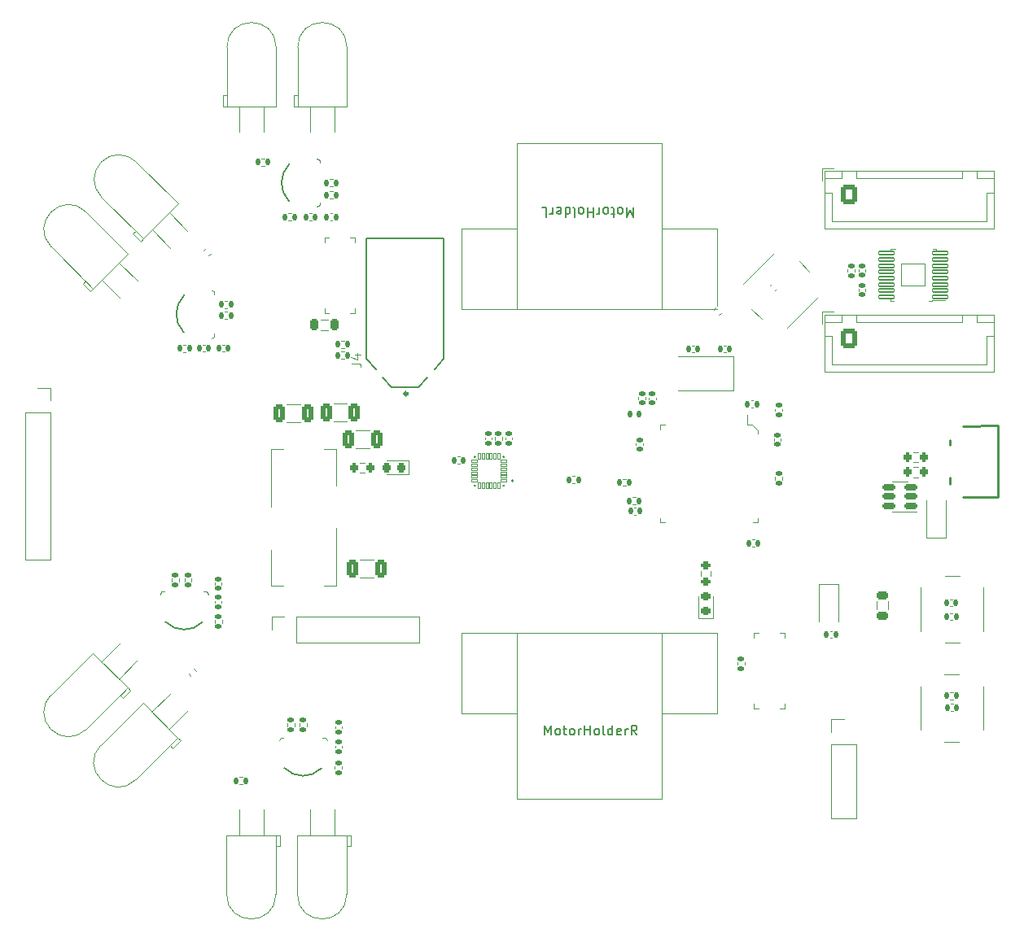
<source format=gto>
G04 #@! TF.GenerationSoftware,KiCad,Pcbnew,(6.0.7)*
G04 #@! TF.CreationDate,2022-12-26T23:05:37-05:00*
G04 #@! TF.ProjectId,Micromouse-kicad,4d696372-6f6d-46f7-9573-652d6b696361,rev?*
G04 #@! TF.SameCoordinates,Original*
G04 #@! TF.FileFunction,Legend,Top*
G04 #@! TF.FilePolarity,Positive*
%FSLAX46Y46*%
G04 Gerber Fmt 4.6, Leading zero omitted, Abs format (unit mm)*
G04 Created by KiCad (PCBNEW (6.0.7)) date 2022-12-26 23:05:37*
%MOMM*%
%LPD*%
G01*
G04 APERTURE LIST*
G04 Aperture macros list*
%AMRoundRect*
0 Rectangle with rounded corners*
0 $1 Rounding radius*
0 $2 $3 $4 $5 $6 $7 $8 $9 X,Y pos of 4 corners*
0 Add a 4 corners polygon primitive as box body*
4,1,4,$2,$3,$4,$5,$6,$7,$8,$9,$2,$3,0*
0 Add four circle primitives for the rounded corners*
1,1,$1+$1,$2,$3*
1,1,$1+$1,$4,$5*
1,1,$1+$1,$6,$7*
1,1,$1+$1,$8,$9*
0 Add four rect primitives between the rounded corners*
20,1,$1+$1,$2,$3,$4,$5,0*
20,1,$1+$1,$4,$5,$6,$7,0*
20,1,$1+$1,$6,$7,$8,$9,0*
20,1,$1+$1,$8,$9,$2,$3,0*%
%AMRotRect*
0 Rectangle, with rotation*
0 The origin of the aperture is its center*
0 $1 length*
0 $2 width*
0 $3 Rotation angle, in degrees counterclockwise*
0 Add horizontal line*
21,1,$1,$2,0,0,$3*%
G04 Aperture macros list end*
%ADD10C,0.015000*%
%ADD11C,0.150000*%
%ADD12C,0.120000*%
%ADD13C,0.100000*%
%ADD14C,0.127000*%
%ADD15C,0.200000*%
%ADD16C,0.254000*%
%ADD17C,0.300000*%
%ADD18RoundRect,0.135000X0.035355X-0.226274X0.226274X-0.035355X-0.035355X0.226274X-0.226274X0.035355X0*%
%ADD19C,2.000000*%
%ADD20RoundRect,0.135000X0.135000X0.185000X-0.135000X0.185000X-0.135000X-0.185000X0.135000X-0.185000X0*%
%ADD21RoundRect,0.140000X0.140000X0.170000X-0.140000X0.170000X-0.140000X-0.170000X0.140000X-0.170000X0*%
%ADD22RoundRect,0.140000X-0.140000X-0.170000X0.140000X-0.170000X0.140000X0.170000X-0.140000X0.170000X0*%
%ADD23R,1.500000X2.000000*%
%ADD24R,3.800000X2.000000*%
%ADD25R,1.000000X1.500000*%
%ADD26O,1.000000X1.500000*%
%ADD27RoundRect,0.135000X-0.185000X0.135000X-0.185000X-0.135000X0.185000X-0.135000X0.185000X0.135000X0*%
%ADD28RoundRect,0.140000X0.170000X-0.140000X0.170000X0.140000X-0.170000X0.140000X-0.170000X-0.140000X0*%
%ADD29RoundRect,0.135000X-0.135000X-0.185000X0.135000X-0.185000X0.135000X0.185000X-0.135000X0.185000X0*%
%ADD30RoundRect,0.218750X0.218750X0.256250X-0.218750X0.256250X-0.218750X-0.256250X0.218750X-0.256250X0*%
%ADD31RoundRect,0.006600X0.313400X0.103400X-0.313400X0.103400X-0.313400X-0.103400X0.313400X-0.103400X0*%
%ADD32RoundRect,0.006600X-0.103400X0.313400X-0.103400X-0.313400X0.103400X-0.313400X0.103400X0.313400X0*%
%ADD33R,1.540000X1.700000*%
%ADD34C,0.600000*%
%ADD35R,2.100000X0.400000*%
%ADD36R,1.900000X1.900000*%
%ADD37O,2.400000X1.100000*%
%ADD38RoundRect,0.200000X0.200000X0.275000X-0.200000X0.275000X-0.200000X-0.275000X0.200000X-0.275000X0*%
%ADD39RoundRect,0.070000X0.800000X-0.150000X0.800000X0.150000X-0.800000X0.150000X-0.800000X-0.150000X0*%
%ADD40C,0.380000*%
%ADD41RoundRect,0.000100X1.230000X-1.155000X1.230000X1.155000X-1.230000X1.155000X-1.230000X-1.155000X0*%
%ADD42RoundRect,0.147500X-0.147500X-0.172500X0.147500X-0.172500X0.147500X0.172500X-0.147500X0.172500X0*%
%ADD43R,1.500000X1.000000*%
%ADD44O,1.500000X1.000000*%
%ADD45RoundRect,0.135000X-0.226274X-0.035355X-0.035355X-0.226274X0.226274X0.035355X0.035355X0.226274X0*%
%ADD46R,1.500000X1.800000*%
%ADD47C,1.500000*%
%ADD48R,5.516000X5.516000*%
%ADD49C,5.516000*%
%ADD50RoundRect,0.250000X-0.325000X-0.650000X0.325000X-0.650000X0.325000X0.650000X-0.325000X0.650000X0*%
%ADD51C,1.900000*%
%ADD52RoundRect,0.135000X0.185000X-0.135000X0.185000X0.135000X-0.185000X0.135000X-0.185000X-0.135000X0*%
%ADD53RoundRect,0.218750X0.218750X0.381250X-0.218750X0.381250X-0.218750X-0.381250X0.218750X-0.381250X0*%
%ADD54R,2.000000X2.400000*%
%ADD55C,2.400000*%
%ADD56RoundRect,0.140000X0.021213X-0.219203X0.219203X-0.021213X-0.021213X0.219203X-0.219203X0.021213X0*%
%ADD57R,1.700000X1.700000*%
%ADD58O,1.700000X1.700000*%
%ADD59RoundRect,0.218750X0.381250X-0.218750X0.381250X0.218750X-0.381250X0.218750X-0.381250X-0.218750X0*%
%ADD60RoundRect,0.218750X0.256250X-0.218750X0.256250X0.218750X-0.256250X0.218750X-0.256250X-0.218750X0*%
%ADD61RoundRect,0.250000X-0.600000X-0.725000X0.600000X-0.725000X0.600000X0.725000X-0.600000X0.725000X0*%
%ADD62O,1.700000X1.950000*%
%ADD63RoundRect,0.140000X-0.170000X0.140000X-0.170000X-0.140000X0.170000X-0.140000X0.170000X0.140000X0*%
%ADD64RotRect,1.500000X1.800000X225.000000*%
%ADD65RoundRect,0.150000X0.512500X0.150000X-0.512500X0.150000X-0.512500X-0.150000X0.512500X-0.150000X0*%
%ADD66RoundRect,0.200000X-0.275000X0.200000X-0.275000X-0.200000X0.275000X-0.200000X0.275000X0.200000X0*%
%ADD67R,1.200000X0.900000*%
%ADD68R,0.300000X1.200000*%
%ADD69R,1.200000X0.300000*%
%ADD70RoundRect,0.200000X-0.200000X-0.275000X0.200000X-0.275000X0.200000X0.275000X-0.200000X0.275000X0*%
%ADD71RotRect,1.500000X1.800000X315.000000*%
%ADD72RoundRect,0.135000X-0.035355X0.226274X-0.226274X0.035355X0.035355X-0.226274X0.226274X-0.035355X0*%
G04 APERTURE END LIST*
D10*
X127890511Y-91411484D02*
X128605292Y-91411484D01*
X128748248Y-91459136D01*
X128843552Y-91554440D01*
X128891204Y-91697396D01*
X128891204Y-91792700D01*
X128224075Y-90506095D02*
X128891204Y-90506095D01*
X127842859Y-90744355D02*
X128557640Y-90982615D01*
X128557640Y-90363139D01*
D11*
X148012095Y-130073380D02*
X148012095Y-129073380D01*
X148345428Y-129787666D01*
X148678761Y-129073380D01*
X148678761Y-130073380D01*
X149297809Y-130073380D02*
X149202571Y-130025761D01*
X149154952Y-129978142D01*
X149107333Y-129882904D01*
X149107333Y-129597190D01*
X149154952Y-129501952D01*
X149202571Y-129454333D01*
X149297809Y-129406714D01*
X149440666Y-129406714D01*
X149535904Y-129454333D01*
X149583523Y-129501952D01*
X149631142Y-129597190D01*
X149631142Y-129882904D01*
X149583523Y-129978142D01*
X149535904Y-130025761D01*
X149440666Y-130073380D01*
X149297809Y-130073380D01*
X149916857Y-129406714D02*
X150297809Y-129406714D01*
X150059714Y-129073380D02*
X150059714Y-129930523D01*
X150107333Y-130025761D01*
X150202571Y-130073380D01*
X150297809Y-130073380D01*
X150774000Y-130073380D02*
X150678761Y-130025761D01*
X150631142Y-129978142D01*
X150583523Y-129882904D01*
X150583523Y-129597190D01*
X150631142Y-129501952D01*
X150678761Y-129454333D01*
X150774000Y-129406714D01*
X150916857Y-129406714D01*
X151012095Y-129454333D01*
X151059714Y-129501952D01*
X151107333Y-129597190D01*
X151107333Y-129882904D01*
X151059714Y-129978142D01*
X151012095Y-130025761D01*
X150916857Y-130073380D01*
X150774000Y-130073380D01*
X151535904Y-130073380D02*
X151535904Y-129406714D01*
X151535904Y-129597190D02*
X151583523Y-129501952D01*
X151631142Y-129454333D01*
X151726380Y-129406714D01*
X151821619Y-129406714D01*
X152154952Y-130073380D02*
X152154952Y-129073380D01*
X152154952Y-129549571D02*
X152726380Y-129549571D01*
X152726380Y-130073380D02*
X152726380Y-129073380D01*
X153345428Y-130073380D02*
X153250190Y-130025761D01*
X153202571Y-129978142D01*
X153154952Y-129882904D01*
X153154952Y-129597190D01*
X153202571Y-129501952D01*
X153250190Y-129454333D01*
X153345428Y-129406714D01*
X153488285Y-129406714D01*
X153583523Y-129454333D01*
X153631142Y-129501952D01*
X153678761Y-129597190D01*
X153678761Y-129882904D01*
X153631142Y-129978142D01*
X153583523Y-130025761D01*
X153488285Y-130073380D01*
X153345428Y-130073380D01*
X154250190Y-130073380D02*
X154154952Y-130025761D01*
X154107333Y-129930523D01*
X154107333Y-129073380D01*
X155059714Y-130073380D02*
X155059714Y-129073380D01*
X155059714Y-130025761D02*
X154964476Y-130073380D01*
X154774000Y-130073380D01*
X154678761Y-130025761D01*
X154631142Y-129978142D01*
X154583523Y-129882904D01*
X154583523Y-129597190D01*
X154631142Y-129501952D01*
X154678761Y-129454333D01*
X154774000Y-129406714D01*
X154964476Y-129406714D01*
X155059714Y-129454333D01*
X155916857Y-130025761D02*
X155821619Y-130073380D01*
X155631142Y-130073380D01*
X155535904Y-130025761D01*
X155488285Y-129930523D01*
X155488285Y-129549571D01*
X155535904Y-129454333D01*
X155631142Y-129406714D01*
X155821619Y-129406714D01*
X155916857Y-129454333D01*
X155964476Y-129549571D01*
X155964476Y-129644809D01*
X155488285Y-129740047D01*
X156393047Y-130073380D02*
X156393047Y-129406714D01*
X156393047Y-129597190D02*
X156440666Y-129501952D01*
X156488285Y-129454333D01*
X156583523Y-129406714D01*
X156678761Y-129406714D01*
X157583523Y-130073380D02*
X157250190Y-129597190D01*
X157012095Y-130073380D02*
X157012095Y-129073380D01*
X157393047Y-129073380D01*
X157488285Y-129121000D01*
X157535904Y-129168619D01*
X157583523Y-129263857D01*
X157583523Y-129406714D01*
X157535904Y-129501952D01*
X157488285Y-129549571D01*
X157393047Y-129597190D01*
X157012095Y-129597190D01*
X157200666Y-75158619D02*
X157200666Y-76158619D01*
X156867333Y-75444333D01*
X156534000Y-76158619D01*
X156534000Y-75158619D01*
X155914952Y-75158619D02*
X156010190Y-75206238D01*
X156057809Y-75253857D01*
X156105428Y-75349095D01*
X156105428Y-75634809D01*
X156057809Y-75730047D01*
X156010190Y-75777666D01*
X155914952Y-75825285D01*
X155772095Y-75825285D01*
X155676857Y-75777666D01*
X155629238Y-75730047D01*
X155581619Y-75634809D01*
X155581619Y-75349095D01*
X155629238Y-75253857D01*
X155676857Y-75206238D01*
X155772095Y-75158619D01*
X155914952Y-75158619D01*
X155295904Y-75825285D02*
X154914952Y-75825285D01*
X155153047Y-76158619D02*
X155153047Y-75301476D01*
X155105428Y-75206238D01*
X155010190Y-75158619D01*
X154914952Y-75158619D01*
X154438761Y-75158619D02*
X154534000Y-75206238D01*
X154581619Y-75253857D01*
X154629238Y-75349095D01*
X154629238Y-75634809D01*
X154581619Y-75730047D01*
X154534000Y-75777666D01*
X154438761Y-75825285D01*
X154295904Y-75825285D01*
X154200666Y-75777666D01*
X154153047Y-75730047D01*
X154105428Y-75634809D01*
X154105428Y-75349095D01*
X154153047Y-75253857D01*
X154200666Y-75206238D01*
X154295904Y-75158619D01*
X154438761Y-75158619D01*
X153676857Y-75158619D02*
X153676857Y-75825285D01*
X153676857Y-75634809D02*
X153629238Y-75730047D01*
X153581619Y-75777666D01*
X153486380Y-75825285D01*
X153391142Y-75825285D01*
X153057809Y-75158619D02*
X153057809Y-76158619D01*
X153057809Y-75682428D02*
X152486380Y-75682428D01*
X152486380Y-75158619D02*
X152486380Y-76158619D01*
X151867333Y-75158619D02*
X151962571Y-75206238D01*
X152010190Y-75253857D01*
X152057809Y-75349095D01*
X152057809Y-75634809D01*
X152010190Y-75730047D01*
X151962571Y-75777666D01*
X151867333Y-75825285D01*
X151724476Y-75825285D01*
X151629238Y-75777666D01*
X151581619Y-75730047D01*
X151534000Y-75634809D01*
X151534000Y-75349095D01*
X151581619Y-75253857D01*
X151629238Y-75206238D01*
X151724476Y-75158619D01*
X151867333Y-75158619D01*
X150962571Y-75158619D02*
X151057809Y-75206238D01*
X151105428Y-75301476D01*
X151105428Y-76158619D01*
X150153047Y-75158619D02*
X150153047Y-76158619D01*
X150153047Y-75206238D02*
X150248285Y-75158619D01*
X150438761Y-75158619D01*
X150534000Y-75206238D01*
X150581619Y-75253857D01*
X150629238Y-75349095D01*
X150629238Y-75634809D01*
X150581619Y-75730047D01*
X150534000Y-75777666D01*
X150438761Y-75825285D01*
X150248285Y-75825285D01*
X150153047Y-75777666D01*
X149295904Y-75206238D02*
X149391142Y-75158619D01*
X149581619Y-75158619D01*
X149676857Y-75206238D01*
X149724476Y-75301476D01*
X149724476Y-75682428D01*
X149676857Y-75777666D01*
X149581619Y-75825285D01*
X149391142Y-75825285D01*
X149295904Y-75777666D01*
X149248285Y-75682428D01*
X149248285Y-75587190D01*
X149724476Y-75491952D01*
X148819714Y-75158619D02*
X148819714Y-75825285D01*
X148819714Y-75634809D02*
X148772095Y-75730047D01*
X148724476Y-75777666D01*
X148629238Y-75825285D01*
X148534000Y-75825285D01*
X147724476Y-75158619D02*
X148200666Y-75158619D01*
X148200666Y-76158619D01*
D12*
X165572659Y-85839940D02*
X165789940Y-85622659D01*
X166110060Y-86377341D02*
X166327341Y-86160060D01*
X187148400Y-114742400D02*
X187148400Y-119242400D01*
X193648400Y-119242400D02*
X193648400Y-114742400D01*
X191148400Y-113492400D02*
X189648400Y-113492400D01*
X189648400Y-120492400D02*
X191148400Y-120492400D01*
X121629641Y-76536000D02*
X121322359Y-76536000D01*
X121629641Y-75776000D02*
X121322359Y-75776000D01*
X190404636Y-115972000D02*
X190188964Y-115972000D01*
X190404636Y-116692000D02*
X190188964Y-116692000D01*
X123742836Y-76516000D02*
X123527164Y-76516000D01*
X123742836Y-75796000D02*
X123527164Y-75796000D01*
X177692164Y-119274000D02*
X177907836Y-119274000D01*
X177692164Y-119994000D02*
X177907836Y-119994000D01*
X126346000Y-104085000D02*
X126346000Y-100325000D01*
X126346000Y-100325000D02*
X125086000Y-100325000D01*
X119526000Y-106335000D02*
X119526000Y-100325000D01*
X119526000Y-100325000D02*
X120786000Y-100325000D01*
D13*
X112850236Y-115133164D02*
X113000236Y-115433164D01*
X108150236Y-115133164D02*
X108000236Y-115433164D01*
X108150236Y-115133164D02*
X108450236Y-115133164D01*
X112550236Y-115133164D02*
X112850236Y-115133164D01*
D11*
X108550236Y-118283164D02*
G75*
G03*
X112400236Y-118333164I1950000J1900000D01*
G01*
D12*
X172719000Y-103224359D02*
X172719000Y-103531641D01*
X171959000Y-103224359D02*
X171959000Y-103531641D01*
X159567200Y-95154636D02*
X159567200Y-94938964D01*
X158847200Y-95154636D02*
X158847200Y-94938964D01*
X150849359Y-103125000D02*
X151156641Y-103125000D01*
X150849359Y-103885000D02*
X151156641Y-103885000D01*
X138957164Y-101113000D02*
X139172836Y-101113000D01*
X138957164Y-101833000D02*
X139172836Y-101833000D01*
X169465164Y-95991000D02*
X169680836Y-95991000D01*
X169465164Y-95271000D02*
X169680836Y-95271000D01*
X115005641Y-86013000D02*
X114698359Y-86013000D01*
X115005641Y-86773000D02*
X114698359Y-86773000D01*
X131534000Y-102970000D02*
X133819000Y-102970000D01*
X133819000Y-101500000D02*
X131534000Y-101500000D01*
X133819000Y-102970000D02*
X133819000Y-101500000D01*
D14*
X140740000Y-104116000D02*
X140810000Y-104116000D01*
X140740000Y-101116000D02*
X140810000Y-101116000D01*
X143740000Y-101116000D02*
X143740000Y-101186000D01*
X140740000Y-101116000D02*
X140740000Y-101186000D01*
X143740000Y-104116000D02*
X143670000Y-104116000D01*
X143740000Y-104116000D02*
X143740000Y-104046000D01*
X143740000Y-101116000D02*
X143670000Y-101116000D01*
X140740000Y-104116000D02*
X140740000Y-104046000D01*
D15*
X144725000Y-103616000D02*
G75*
G03*
X144725000Y-103616000I-100000J0D01*
G01*
D16*
X190191000Y-103915000D02*
X190191000Y-103300000D01*
X195175000Y-97900000D02*
X191516000Y-97917000D01*
X195183000Y-105300000D02*
X195183000Y-97908000D01*
X195183000Y-97908000D02*
X195175000Y-97900000D01*
X195175000Y-105292000D02*
X191516000Y-105309000D01*
X190191000Y-99893000D02*
X190191000Y-99375000D01*
D12*
X180640400Y-83877036D02*
X180640400Y-83661364D01*
X181360400Y-83877036D02*
X181360400Y-83661364D01*
X186825658Y-102195100D02*
X186351142Y-102195100D01*
X186825658Y-103240100D02*
X186351142Y-103240100D01*
D13*
X188340400Y-84814600D02*
X189640400Y-84814600D01*
X183940400Y-84714600D02*
X183940400Y-84914600D01*
X188740400Y-79514600D02*
X188340400Y-79514600D01*
X183940400Y-84914600D02*
X184340400Y-84914600D01*
X188740400Y-79714600D02*
X188740400Y-79514600D01*
X183940400Y-79514600D02*
X184440400Y-79514600D01*
X188240400Y-84914600D02*
X188340400Y-84814600D01*
X183940400Y-79714600D02*
X183940400Y-79514600D01*
X187940400Y-84914600D02*
X188240400Y-84914600D01*
X183940400Y-79614600D02*
X183940400Y-79714600D01*
D12*
X157755000Y-95131836D02*
X157755000Y-94916164D01*
X158475000Y-95131836D02*
X158475000Y-94916164D01*
X109205836Y-113785523D02*
X109205836Y-114092805D01*
X109965836Y-113785523D02*
X109965836Y-114092805D01*
D13*
X124600000Y-74950000D02*
X124300000Y-75100000D01*
X124600000Y-70250000D02*
X124600000Y-70550000D01*
X124600000Y-70250000D02*
X124300000Y-70100000D01*
X124600000Y-74650000D02*
X124600000Y-74950000D01*
D11*
X121450000Y-70650000D02*
G75*
G03*
X121400000Y-74500000I1900000J-1950000D01*
G01*
D12*
X171979000Y-96345836D02*
X171979000Y-96130164D01*
X172699000Y-96345836D02*
X172699000Y-96130164D01*
X111510060Y-123172659D02*
X111727341Y-123389940D01*
X110972659Y-123710060D02*
X111189940Y-123927341D01*
X122286900Y-140504900D02*
X122286900Y-146664900D01*
X126116900Y-140504900D02*
X126116900Y-140504900D01*
X118750900Y-137834900D02*
X118750900Y-140504900D01*
X123576900Y-137834900D02*
X123576900Y-137834900D01*
X127806900Y-141624900D02*
X127406900Y-141624900D01*
X123576900Y-140504900D02*
X123576900Y-137834900D01*
X114920900Y-140504900D02*
X120040900Y-140504900D01*
X126116900Y-137834900D02*
X126116900Y-137834900D01*
X118750900Y-140504900D02*
X118750900Y-140504900D01*
X127806900Y-140504900D02*
X127806900Y-141624900D01*
X120440900Y-141624900D02*
X120040900Y-141624900D01*
X116210900Y-140504900D02*
X116210900Y-137834900D01*
X116210900Y-140504900D02*
X116210900Y-140504900D01*
X127406900Y-140504900D02*
X127406900Y-146664900D01*
X127406900Y-140504900D02*
X127806900Y-140504900D01*
X123576900Y-140504900D02*
X123576900Y-140504900D01*
X120040900Y-140504900D02*
X120440900Y-140504900D01*
X118750900Y-137834900D02*
X118750900Y-137834900D01*
X127406900Y-141624900D02*
X127406900Y-140504900D01*
X114920900Y-140504900D02*
X114920900Y-146664900D01*
X116210900Y-137834900D02*
X116210900Y-140504900D01*
X123576900Y-137834900D02*
X123576900Y-140504900D01*
X122286900Y-140504900D02*
X127406900Y-140504900D01*
X118750900Y-140504900D02*
X118750900Y-137834900D01*
X120040900Y-141624900D02*
X120040900Y-140504900D01*
X116210900Y-137834900D02*
X116210900Y-137834900D01*
X126116900Y-137834900D02*
X126116900Y-140504900D01*
X120040900Y-140504900D02*
X120040900Y-146664900D01*
X120440900Y-140504900D02*
X120440900Y-141624900D01*
X126116900Y-140504900D02*
X126116900Y-137834900D01*
X114920900Y-146664900D02*
G75*
G03*
X120040900Y-146664900I2560000J0D01*
G01*
X122286900Y-146664900D02*
G75*
G03*
X127406900Y-146664900I2560000J0D01*
G01*
X126189500Y-129387836D02*
X126189500Y-129172164D01*
X126909500Y-129387836D02*
X126909500Y-129172164D01*
D13*
X113652000Y-83916000D02*
X113652000Y-84216000D01*
X113652000Y-88616000D02*
X113352000Y-88766000D01*
X113652000Y-88316000D02*
X113652000Y-88616000D01*
X113652000Y-83916000D02*
X113352000Y-83766000D01*
D11*
X110502000Y-84316000D02*
G75*
G03*
X110452000Y-88166000I1900000J-1950000D01*
G01*
D14*
X134877000Y-93899500D02*
X135777000Y-92879500D01*
X137527000Y-78399500D02*
X137527000Y-90899500D01*
X129427000Y-90899500D02*
X130427000Y-92029500D01*
X132077000Y-93899500D02*
X131177000Y-92879500D01*
X129427000Y-78399500D02*
X137527000Y-78399500D01*
X137527000Y-90899500D02*
X136527000Y-92029500D01*
X134877000Y-93899500D02*
X132077000Y-93899500D01*
X129427000Y-90899500D02*
X129427000Y-78399500D01*
D17*
X133727000Y-94549500D02*
G75*
G03*
X133727000Y-94549500I-150000J0D01*
G01*
D12*
X125686164Y-75796000D02*
X125901836Y-75796000D01*
X125686164Y-76516000D02*
X125901836Y-76516000D01*
X128369748Y-100224000D02*
X129792252Y-100224000D01*
X128369748Y-98404000D02*
X129792252Y-98404000D01*
D13*
X172948400Y-119422400D02*
X172948400Y-119922400D01*
X172948400Y-119422400D02*
X172448400Y-119422400D01*
X169748400Y-119422400D02*
X170248400Y-119422400D01*
X169748400Y-127322400D02*
X169748400Y-126822400D01*
X169748400Y-119422400D02*
X169748400Y-119922400D01*
X172948400Y-127322400D02*
X172448400Y-127322400D01*
X169748400Y-127322400D02*
X170248400Y-127322400D01*
X172948400Y-127322400D02*
X172948400Y-126822400D01*
D12*
X143585200Y-99366041D02*
X143585200Y-99058759D01*
X142825200Y-99366041D02*
X142825200Y-99058759D01*
X156465241Y-104164400D02*
X156157959Y-104164400D01*
X156465241Y-103404400D02*
X156157959Y-103404400D01*
X125947641Y-73490000D02*
X125640359Y-73490000D01*
X125947641Y-74250000D02*
X125640359Y-74250000D01*
X114436236Y-118095523D02*
X114436236Y-118402805D01*
X113676236Y-118095523D02*
X113676236Y-118402805D01*
X125499622Y-87960000D02*
X124700378Y-87960000D01*
X125499622Y-86840000D02*
X124700378Y-86840000D01*
X186825658Y-101665300D02*
X186351142Y-101665300D01*
X186825658Y-100620300D02*
X186351142Y-100620300D01*
X112677836Y-90182000D02*
X112462164Y-90182000D01*
X112677836Y-89462000D02*
X112462164Y-89462000D01*
X167642000Y-94256000D02*
X167642000Y-90656000D01*
X167642000Y-90656000D02*
X161892000Y-90656000D01*
X161892000Y-94256000D02*
X167642000Y-94256000D01*
X160154000Y-119461000D02*
X160154000Y-123661000D01*
X160154000Y-119461000D02*
X165954000Y-119461000D01*
X165954000Y-119461000D02*
X165954000Y-127861000D01*
X165954000Y-127861000D02*
X160154000Y-127861000D01*
X160154000Y-127861000D02*
X160154000Y-119461000D01*
X145154000Y-119461000D02*
X160154000Y-119461000D01*
X160154000Y-119461000D02*
X160154000Y-136761000D01*
X160154000Y-136761000D02*
X145154000Y-136761000D01*
X145154000Y-136761000D02*
X145154000Y-119461000D01*
X145154000Y-119461000D02*
X139354000Y-119461000D01*
X139354000Y-119461000D02*
X139354000Y-127861000D01*
X139354000Y-127861000D02*
X145154000Y-127861000D01*
X145154000Y-127861000D02*
X145154000Y-119461000D01*
X144874000Y-123671000D02*
G75*
G03*
X144874000Y-123671000I-1100000J0D01*
G01*
X162634000Y-123671000D02*
G75*
G03*
X162634000Y-123671000I-1100000J0D01*
G01*
X123246500Y-128872359D02*
X123246500Y-129179641D01*
X122486500Y-128872359D02*
X122486500Y-129179641D01*
X171978307Y-83780810D02*
X172130810Y-83628307D01*
X171469190Y-83271693D02*
X171621693Y-83119190D01*
X119599000Y-119101000D02*
X119599000Y-117771000D01*
X134959000Y-120431000D02*
X134959000Y-117771000D01*
X122199000Y-120431000D02*
X134959000Y-120431000D01*
X122199000Y-117771000D02*
X134959000Y-117771000D01*
X122199000Y-120431000D02*
X122199000Y-117771000D01*
X119599000Y-117771000D02*
X120929000Y-117771000D01*
X190501241Y-125604000D02*
X190193959Y-125604000D01*
X190501241Y-126364000D02*
X190193959Y-126364000D01*
X182574000Y-116985622D02*
X182574000Y-116186378D01*
X183694000Y-116985622D02*
X183694000Y-116186378D01*
X113696236Y-114412000D02*
X113696236Y-114196328D01*
X114416236Y-114412000D02*
X114416236Y-114196328D01*
X190239764Y-127563200D02*
X190455436Y-127563200D01*
X190239764Y-126843200D02*
X190455436Y-126843200D01*
X164015000Y-115600000D02*
X164015000Y-117885000D01*
X165485000Y-117885000D02*
X165485000Y-115600000D01*
X164015000Y-117885000D02*
X165485000Y-117885000D01*
X115003641Y-85630000D02*
X114696359Y-85630000D01*
X115003641Y-84870000D02*
X114696359Y-84870000D01*
X126034748Y-97430000D02*
X127457252Y-97430000D01*
X126034748Y-95610000D02*
X127457252Y-95610000D01*
X194728000Y-86331400D02*
X192928000Y-86331400D01*
X193978000Y-91531400D02*
X185928000Y-91531400D01*
X177128000Y-88581400D02*
X177878000Y-88581400D01*
X191428000Y-86331400D02*
X180428000Y-86331400D01*
X178928000Y-87081400D02*
X178928000Y-86331400D01*
X177118000Y-86321400D02*
X177118000Y-92291400D01*
X192928000Y-86331400D02*
X192928000Y-87081400D01*
X177128000Y-87081400D02*
X178928000Y-87081400D01*
X194728000Y-88581400D02*
X193978000Y-88581400D01*
X178928000Y-86331400D02*
X177128000Y-86331400D01*
X176828000Y-86031400D02*
X176828000Y-87281400D01*
X191428000Y-87081400D02*
X191428000Y-86331400D01*
X177878000Y-88581400D02*
X177878000Y-91531400D01*
X194728000Y-87081400D02*
X194728000Y-86331400D01*
X193978000Y-88581400D02*
X193978000Y-91531400D01*
X180428000Y-87081400D02*
X191428000Y-87081400D01*
X177128000Y-86331400D02*
X177128000Y-87081400D01*
X177878000Y-91531400D02*
X185928000Y-91531400D01*
X194738000Y-86321400D02*
X177118000Y-86321400D01*
X177118000Y-92291400D02*
X194738000Y-92291400D01*
X178078000Y-86031400D02*
X176828000Y-86031400D01*
X180428000Y-86331400D02*
X180428000Y-87081400D01*
X192928000Y-87081400D02*
X194728000Y-87081400D01*
X194738000Y-92291400D02*
X194738000Y-86321400D01*
X126189500Y-131204164D02*
X126189500Y-131419836D01*
X126909500Y-131204164D02*
X126909500Y-131419836D01*
X126346000Y-114559000D02*
X125086000Y-114559000D01*
X119526000Y-110799000D02*
X119526000Y-114559000D01*
X126346000Y-108549000D02*
X126346000Y-114559000D01*
X119526000Y-114559000D02*
X120786000Y-114559000D01*
X103739000Y-80902873D02*
X105626975Y-82790848D01*
X103830924Y-84586899D02*
X103830924Y-84586899D01*
X105956487Y-78685386D02*
X105164528Y-77893426D01*
X105164528Y-77893426D02*
X105447370Y-77610584D01*
X105626975Y-82790848D02*
X105626975Y-82790848D01*
X109039473Y-79378351D02*
X109039473Y-79378351D01*
X104651168Y-79990705D02*
X101030781Y-83611092D01*
X109039473Y-79378351D02*
X107151498Y-77490376D01*
X107151498Y-77490376D02*
X109039473Y-79378351D01*
X106239330Y-78402543D02*
X101883552Y-74046766D01*
X110835524Y-77582299D02*
X110835524Y-77582299D01*
X108947549Y-75694324D02*
X108947549Y-75694324D01*
X99955979Y-83101975D02*
X100238822Y-82819132D01*
X101942949Y-82698924D02*
X101942949Y-82698924D01*
X105626975Y-82790848D02*
X103739000Y-80902873D01*
X104651168Y-79990705D02*
X100295390Y-75634927D01*
X101942949Y-82698924D02*
X103830924Y-84586899D01*
X101030781Y-83611092D02*
X96675004Y-79255314D01*
X109859717Y-74782157D02*
X106239330Y-78402543D01*
X100238822Y-82819132D02*
X101030781Y-83611092D01*
X101030781Y-83611092D02*
X100747939Y-83893935D01*
X107151498Y-77490376D02*
X107151498Y-77490376D01*
X109859717Y-74782157D02*
X105503939Y-70426379D01*
X106239330Y-78402543D02*
X105956487Y-78685386D01*
X108947549Y-75694324D02*
X110835524Y-77582299D01*
X103739000Y-80902873D02*
X103739000Y-80902873D01*
X105447370Y-77610584D02*
X106239330Y-78402543D01*
X103830924Y-84586899D02*
X101942949Y-82698924D01*
X100747939Y-83893935D02*
X99955979Y-83101975D01*
X110835524Y-77582299D02*
X108947549Y-75694324D01*
X100295389Y-75634928D02*
G75*
G03*
X96675004Y-79255314I-1810192J-1810193D01*
G01*
X105503939Y-70426379D02*
G75*
G03*
X101883552Y-74046766I-1810194J-1810193D01*
G01*
X93945000Y-111840000D02*
X96605000Y-111840000D01*
X93945000Y-96540000D02*
X96605000Y-96540000D01*
X93945000Y-96540000D02*
X93945000Y-111840000D01*
X95275000Y-93940000D02*
X96605000Y-93940000D01*
X96605000Y-96540000D02*
X96605000Y-111840000D01*
X96605000Y-93940000D02*
X96605000Y-95270000D01*
X187097600Y-125004000D02*
X187097600Y-129504000D01*
X193597600Y-129504000D02*
X193597600Y-125004000D01*
X191097600Y-123754000D02*
X189597600Y-123754000D01*
X189597600Y-130754000D02*
X191097600Y-130754000D01*
X114466164Y-89462000D02*
X114681836Y-89462000D01*
X114466164Y-90182000D02*
X114681836Y-90182000D01*
X169592164Y-109749000D02*
X169807836Y-109749000D01*
X169592164Y-110469000D02*
X169807836Y-110469000D01*
X190143159Y-118134400D02*
X190450441Y-118134400D01*
X190143159Y-117374400D02*
X190450441Y-117374400D01*
X184912000Y-106817600D02*
X184112000Y-106817600D01*
X184912000Y-103697600D02*
X185712000Y-103697600D01*
X184912000Y-103697600D02*
X184112000Y-103697600D01*
X184912000Y-106817600D02*
X186712000Y-106817600D01*
X165272500Y-113037742D02*
X165272500Y-113512258D01*
X164227500Y-113037742D02*
X164227500Y-113512258D01*
X157481241Y-105334800D02*
X157173959Y-105334800D01*
X157481241Y-106094800D02*
X157173959Y-106094800D01*
X141778400Y-99320236D02*
X141778400Y-99104564D01*
X142498400Y-99320236D02*
X142498400Y-99104564D01*
X194728000Y-73646200D02*
X193978000Y-73646200D01*
X177128000Y-73646200D02*
X177878000Y-73646200D01*
X194728000Y-71396200D02*
X192928000Y-71396200D01*
X177878000Y-76596200D02*
X185928000Y-76596200D01*
X177118000Y-71386200D02*
X177118000Y-77356200D01*
X177128000Y-72146200D02*
X178928000Y-72146200D01*
X178928000Y-71396200D02*
X177128000Y-71396200D01*
X191428000Y-72146200D02*
X191428000Y-71396200D01*
X177118000Y-77356200D02*
X194738000Y-77356200D01*
X193978000Y-73646200D02*
X193978000Y-76596200D01*
X193978000Y-76596200D02*
X185928000Y-76596200D01*
X180428000Y-72146200D02*
X191428000Y-72146200D01*
X180428000Y-71396200D02*
X180428000Y-72146200D01*
X194738000Y-77356200D02*
X194738000Y-71386200D01*
X194728000Y-72146200D02*
X194728000Y-71396200D01*
X177128000Y-71396200D02*
X177128000Y-72146200D01*
X192928000Y-71396200D02*
X192928000Y-72146200D01*
X191428000Y-71396200D02*
X180428000Y-71396200D01*
X176828000Y-71096200D02*
X176828000Y-72346200D01*
X192928000Y-72146200D02*
X194728000Y-72146200D01*
X178078000Y-71096200D02*
X176828000Y-71096200D01*
X177878000Y-73646200D02*
X177878000Y-76596200D01*
X194738000Y-71386200D02*
X177118000Y-71386200D01*
X178928000Y-72146200D02*
X178928000Y-71396200D01*
X180640400Y-81845036D02*
X180640400Y-81629364D01*
X181360400Y-81845036D02*
X181360400Y-81629364D01*
X157514236Y-107141600D02*
X157298564Y-107141600D01*
X157514236Y-106421600D02*
X157298564Y-106421600D01*
X110689641Y-90202000D02*
X110382359Y-90202000D01*
X110689641Y-89442000D02*
X110382359Y-89442000D01*
X168782000Y-122477559D02*
X168782000Y-122784841D01*
X168022000Y-122477559D02*
X168022000Y-122784841D01*
X189722000Y-109565000D02*
X189722000Y-105665000D01*
X187722000Y-109565000D02*
X189722000Y-109565000D01*
X187722000Y-109565000D02*
X187722000Y-105665000D01*
X125947641Y-72980000D02*
X125640359Y-72980000D01*
X125947641Y-72220000D02*
X125640359Y-72220000D01*
X114416236Y-116111328D02*
X114416236Y-116327000D01*
X113696236Y-116111328D02*
X113696236Y-116327000D01*
X127151641Y-89028000D02*
X126844359Y-89028000D01*
X127151641Y-89788000D02*
X126844359Y-89788000D01*
X126846359Y-90931000D02*
X127153641Y-90931000D01*
X126846359Y-90171000D02*
X127153641Y-90171000D01*
D13*
X125095200Y-86174400D02*
X125595200Y-86174400D01*
X128295200Y-78274400D02*
X128295200Y-78774400D01*
X125095200Y-78274400D02*
X125095200Y-78774400D01*
X125095200Y-86174400D02*
X125095200Y-85674400D01*
X128295200Y-78274400D02*
X127795200Y-78274400D01*
X128295200Y-86174400D02*
X127795200Y-86174400D01*
X128295200Y-86174400D02*
X128295200Y-85674400D01*
X125095200Y-78274400D02*
X125595200Y-78274400D01*
X170200000Y-107970000D02*
X169700000Y-107970000D01*
X160000000Y-97770000D02*
X160500000Y-97770000D01*
X160000000Y-97770000D02*
X160000000Y-98270000D01*
X170200000Y-107970000D02*
X170200000Y-107470000D01*
X169600000Y-97770000D02*
X169100000Y-97770000D01*
X160000000Y-107970000D02*
X160000000Y-107470000D01*
X170200000Y-98370000D02*
X169600000Y-97770000D01*
X169100000Y-97770000D02*
X169100000Y-96770000D01*
X160000000Y-107970000D02*
X160500000Y-107970000D01*
X170200000Y-98670000D02*
X170200000Y-98370000D01*
D12*
X166643164Y-89556000D02*
X166858836Y-89556000D01*
X166643164Y-90276000D02*
X166858836Y-90276000D01*
X169533883Y-85737437D02*
X170594544Y-86798097D01*
X175544291Y-81848350D02*
X174483631Y-80787689D01*
X171831981Y-79903806D02*
X168650000Y-83085786D01*
X173246194Y-87681981D02*
X176428175Y-84500000D01*
X121156148Y-95660800D02*
X122578652Y-95660800D01*
X121156148Y-97480800D02*
X122578652Y-97480800D01*
X110526636Y-113785523D02*
X110526636Y-114092805D01*
X111286636Y-113785523D02*
X111286636Y-114092805D01*
X128794742Y-102757500D02*
X129269258Y-102757500D01*
X128794742Y-101712500D02*
X129269258Y-101712500D01*
X114949500Y-64637500D02*
X114949500Y-58477500D01*
X122315500Y-64637500D02*
X121915500Y-64637500D01*
X114949500Y-63517500D02*
X114949500Y-64637500D01*
X120069500Y-64637500D02*
X120069500Y-58477500D01*
X114949500Y-64637500D02*
X114549500Y-64637500D01*
X121915500Y-64637500D02*
X121915500Y-63517500D01*
X126145500Y-64637500D02*
X126145500Y-64637500D01*
X114549500Y-64637500D02*
X114549500Y-63517500D01*
X114549500Y-63517500D02*
X114949500Y-63517500D01*
X123605500Y-64637500D02*
X123605500Y-67307500D01*
X122315500Y-63517500D02*
X122315500Y-64637500D01*
X126145500Y-67307500D02*
X126145500Y-67307500D01*
X122315500Y-64637500D02*
X122315500Y-58477500D01*
X116239500Y-67307500D02*
X116239500Y-64637500D01*
X123605500Y-67307500D02*
X123605500Y-67307500D01*
X118779500Y-67307500D02*
X118779500Y-64637500D01*
X126145500Y-64637500D02*
X126145500Y-67307500D01*
X118779500Y-67307500D02*
X118779500Y-67307500D01*
X116239500Y-64637500D02*
X116239500Y-67307500D01*
X121915500Y-63517500D02*
X122315500Y-63517500D01*
X118779500Y-64637500D02*
X118779500Y-67307500D01*
X123605500Y-64637500D02*
X123605500Y-64637500D01*
X123605500Y-67307500D02*
X123605500Y-64637500D01*
X126145500Y-67307500D02*
X126145500Y-64637500D01*
X116239500Y-67307500D02*
X116239500Y-67307500D01*
X127435500Y-64637500D02*
X122315500Y-64637500D01*
X116239500Y-64637500D02*
X116239500Y-64637500D01*
X127435500Y-64637500D02*
X127435500Y-58477500D01*
X118779500Y-64637500D02*
X118779500Y-64637500D01*
X120069500Y-64637500D02*
X114949500Y-64637500D01*
X120069500Y-58477500D02*
G75*
G03*
X114949500Y-58477500I-2560000J0D01*
G01*
X127435500Y-58477500D02*
G75*
G03*
X122315500Y-58477500I-2560000J0D01*
G01*
X145154000Y-85771000D02*
X145154000Y-81571000D01*
X160154000Y-85771000D02*
X165954000Y-85771000D01*
X165954000Y-85771000D02*
X165954000Y-77371000D01*
X165954000Y-77371000D02*
X160154000Y-77371000D01*
X160154000Y-77371000D02*
X160154000Y-85771000D01*
X145154000Y-85771000D02*
X139354000Y-85771000D01*
X139354000Y-85771000D02*
X139354000Y-77371000D01*
X139354000Y-77371000D02*
X145154000Y-77371000D01*
X145154000Y-77371000D02*
X145154000Y-85771000D01*
X160154000Y-85771000D02*
X145154000Y-85771000D01*
X145154000Y-85771000D02*
X145154000Y-68471000D01*
X145154000Y-68471000D02*
X160154000Y-68471000D01*
X160154000Y-68471000D02*
X160154000Y-85771000D01*
X162634000Y-81561000D02*
G75*
G03*
X162634000Y-81561000I-1100000J0D01*
G01*
X144874000Y-81561000D02*
G75*
G03*
X144874000Y-81561000I-1100000J0D01*
G01*
X118853641Y-70070000D02*
X118546359Y-70070000D01*
X118853641Y-70830000D02*
X118546359Y-70830000D01*
X179502800Y-81890841D02*
X179502800Y-81583559D01*
X180262800Y-81890841D02*
X180262800Y-81583559D01*
X116246359Y-134470000D02*
X116553641Y-134470000D01*
X116246359Y-135230000D02*
X116553641Y-135230000D01*
X163341164Y-90276000D02*
X163556836Y-90276000D01*
X163341164Y-89556000D02*
X163556836Y-89556000D01*
X128779748Y-111866000D02*
X130202252Y-111866000D01*
X128779748Y-113686000D02*
X130202252Y-113686000D01*
X121216500Y-128870359D02*
X121216500Y-129177641D01*
X121976500Y-128870359D02*
X121976500Y-129177641D01*
X143912000Y-99104564D02*
X143912000Y-99320236D01*
X144632000Y-99104564D02*
X144632000Y-99320236D01*
X107129927Y-127655000D02*
X109017902Y-125767025D01*
X110813953Y-127563076D02*
X110813953Y-127563076D01*
X104629597Y-125154670D02*
X104912440Y-125437513D01*
X103809353Y-120558476D02*
X103809353Y-120558476D01*
X103717430Y-124242502D02*
X103717430Y-124242502D01*
X106217759Y-126742832D02*
X101861981Y-131098610D01*
X103837638Y-125946630D02*
X104629597Y-125154670D01*
X104629597Y-125154670D02*
X100273820Y-129510448D01*
X101009211Y-121534283D02*
X104629597Y-125154670D01*
X101921378Y-122446451D02*
X103809353Y-120558476D01*
X109017902Y-125767025D02*
X107129927Y-127655000D01*
X108925978Y-129451051D02*
X108925978Y-129451051D01*
X109329029Y-131438021D02*
X109046186Y-131155178D01*
X109017902Y-125767025D02*
X109017902Y-125767025D01*
X106217759Y-126742832D02*
X109838146Y-130363219D01*
X105605405Y-122354527D02*
X103717430Y-124242502D01*
X103717430Y-124242502D02*
X105605405Y-122354527D01*
X107129927Y-127655000D02*
X107129927Y-127655000D01*
X104120480Y-126229472D02*
X103837638Y-125946630D01*
X109838146Y-130363219D02*
X105482368Y-134718996D01*
X103809353Y-120558476D02*
X101921378Y-122446451D01*
X101921378Y-122446451D02*
X101921378Y-122446451D01*
X108925978Y-129451051D02*
X110813953Y-127563076D01*
X109046186Y-131155178D02*
X109838146Y-130363219D01*
X110120989Y-130646061D02*
X109329029Y-131438021D01*
X109838146Y-130363219D02*
X110120989Y-130646061D01*
X101009211Y-121534283D02*
X96653433Y-125890061D01*
X110813953Y-127563076D02*
X108925978Y-129451051D01*
X104912440Y-125437513D02*
X104120480Y-126229472D01*
X105605405Y-122354527D02*
X105605405Y-122354527D01*
X101861982Y-131098611D02*
G75*
G03*
X105482368Y-134718996I1810193J-1810192D01*
G01*
X96653433Y-125890061D02*
G75*
G03*
X100273820Y-129510448I1810193J-1810194D01*
G01*
X171852000Y-99234164D02*
X171852000Y-99449836D01*
X172572000Y-99234164D02*
X172572000Y-99449836D01*
X126929500Y-133317359D02*
X126929500Y-133624641D01*
X126169500Y-133317359D02*
X126169500Y-133624641D01*
X113277341Y-79960060D02*
X113060060Y-80177341D01*
X112739940Y-79422659D02*
X112522659Y-79639940D01*
X158221000Y-99929836D02*
X158221000Y-99714164D01*
X157501000Y-99929836D02*
X157501000Y-99714164D01*
D13*
X125216500Y-130353000D02*
X125366500Y-130653000D01*
X124916500Y-130353000D02*
X125216500Y-130353000D01*
X120516500Y-130353000D02*
X120366500Y-130653000D01*
X120516500Y-130353000D02*
X120816500Y-130353000D01*
D11*
X120916500Y-133503000D02*
G75*
G03*
X124766500Y-133553000I1950000J1900000D01*
G01*
D12*
X180450800Y-131064000D02*
X180450800Y-138744000D01*
X177790800Y-131064000D02*
X180450800Y-131064000D01*
X177790800Y-129794000D02*
X177790800Y-128464000D01*
X177790800Y-138744000D02*
X180450800Y-138744000D01*
X177790800Y-128464000D02*
X179120800Y-128464000D01*
X177790800Y-131064000D02*
X177790800Y-138744000D01*
X176546000Y-114336000D02*
X176546000Y-118236000D01*
X178546000Y-114336000D02*
X178546000Y-118236000D01*
X178546000Y-114336000D02*
X176546000Y-114336000D01*
%LPC*%
D18*
X165589376Y-86360624D03*
X166310624Y-85639376D03*
D19*
X188148400Y-113742400D03*
X188148400Y-120242400D03*
X192648400Y-120242400D03*
X192648400Y-113742400D03*
D20*
X121986000Y-76156000D03*
X120966000Y-76156000D03*
D21*
X190776800Y-116332000D03*
X189816800Y-116332000D03*
X124115000Y-76156000D03*
X123155000Y-76156000D03*
D22*
X177320000Y-119634000D03*
X178280000Y-119634000D03*
D23*
X120636000Y-105385000D03*
D24*
X122936000Y-99085000D03*
D23*
X122936000Y-105385000D03*
X125236000Y-105385000D03*
D25*
X111770236Y-116733164D03*
D26*
X110500236Y-116733164D03*
X109230236Y-116733164D03*
D27*
X172339000Y-102868000D03*
X172339000Y-103888000D03*
D28*
X159207200Y-95526800D03*
X159207200Y-94566800D03*
D29*
X150493000Y-103505000D03*
X151513000Y-103505000D03*
D22*
X138585000Y-101473000D03*
X139545000Y-101473000D03*
X169093000Y-95631000D03*
X170053000Y-95631000D03*
D20*
X115362000Y-86393000D03*
X114342000Y-86393000D03*
D30*
X133121500Y-102235000D03*
X131546500Y-102235000D03*
D31*
X143785000Y-103616000D03*
X143785000Y-103216000D03*
X143785000Y-102816000D03*
X143785000Y-102416000D03*
X143785000Y-102016000D03*
X143785000Y-101616000D03*
D32*
X143240000Y-101071000D03*
X142840000Y-101071000D03*
X142440000Y-101071000D03*
X142040000Y-101071000D03*
X141640000Y-101071000D03*
X141240000Y-101071000D03*
D31*
X140695000Y-101616000D03*
X140695000Y-102016000D03*
X140695000Y-102416000D03*
X140695000Y-102816000D03*
X140695000Y-103216000D03*
X140695000Y-103616000D03*
D32*
X141240000Y-104161000D03*
X141640000Y-104161000D03*
X142040000Y-104161000D03*
X142440000Y-104161000D03*
X142840000Y-104161000D03*
X143240000Y-104161000D03*
D33*
X142240000Y-102616000D03*
D34*
X190941000Y-99600000D03*
X190941000Y-103600000D03*
D35*
X189991000Y-102900000D03*
X189991000Y-102250000D03*
X189991000Y-101600000D03*
X189991000Y-100950000D03*
X189991000Y-100300000D03*
D25*
X190791000Y-104800000D03*
D36*
X193041000Y-102700000D03*
D37*
X193041000Y-104425000D03*
X193041000Y-98775000D03*
D36*
X193041000Y-100500000D03*
D25*
X190791000Y-98400000D03*
D28*
X181000400Y-84249200D03*
X181000400Y-83289200D03*
D38*
X187413400Y-102717600D03*
X185763400Y-102717600D03*
D39*
X189140400Y-84489600D03*
X189140400Y-83839600D03*
X189140400Y-83189600D03*
X189140400Y-82539600D03*
X189140400Y-81889600D03*
X189140400Y-81239600D03*
X189140400Y-80589600D03*
X189140400Y-79939600D03*
X183540400Y-79939600D03*
X183540400Y-80589600D03*
X183540400Y-81239600D03*
X183540400Y-81889600D03*
X183540400Y-82539600D03*
X183540400Y-83189600D03*
X183540400Y-83839600D03*
X183540400Y-84489600D03*
D40*
X185590400Y-80714600D03*
D41*
X186340400Y-82214600D03*
D40*
X187090400Y-83714600D03*
X187090400Y-82214600D03*
X185590400Y-82214600D03*
X187090400Y-80714600D03*
X185590400Y-83714600D03*
D42*
X156868000Y-96647000D03*
X157838000Y-96647000D03*
D28*
X158115000Y-95504000D03*
X158115000Y-94544000D03*
D27*
X109585836Y-113429164D03*
X109585836Y-114449164D03*
D43*
X123000000Y-73870000D03*
D44*
X123000000Y-72600000D03*
X123000000Y-71330000D03*
D28*
X172339000Y-96718000D03*
X172339000Y-95758000D03*
D45*
X110989376Y-123189376D03*
X111710624Y-123910624D03*
D46*
X116210900Y-136754900D03*
D47*
X118750900Y-136754900D03*
D46*
X123576900Y-136754900D03*
D47*
X126116900Y-136754900D03*
D28*
X126549500Y-129760000D03*
X126549500Y-128800000D03*
D43*
X112052000Y-87536000D03*
D44*
X112052000Y-86266000D03*
X112052000Y-84996000D03*
D48*
X133477000Y-89749500D03*
D49*
X133477000Y-82549500D03*
D22*
X125314000Y-76156000D03*
X126274000Y-76156000D03*
D50*
X127606000Y-99314000D03*
X130556000Y-99314000D03*
D36*
X171348400Y-125722400D03*
D51*
X171348400Y-123222400D03*
X171348400Y-120722400D03*
D52*
X143205200Y-99722400D03*
X143205200Y-98702400D03*
D20*
X156821600Y-103784400D03*
X155801600Y-103784400D03*
X126304000Y-73870000D03*
X125284000Y-73870000D03*
D27*
X114056236Y-117739164D03*
X114056236Y-118759164D03*
D53*
X126162500Y-87400000D03*
X124037500Y-87400000D03*
D38*
X187413400Y-101142800D03*
X185763400Y-101142800D03*
D21*
X113050000Y-89822000D03*
X112090000Y-89822000D03*
D54*
X166442000Y-92456000D03*
X162742000Y-92456000D03*
D55*
X161534000Y-123661000D03*
X143774000Y-123661000D03*
D27*
X122866500Y-128516000D03*
X122866500Y-129536000D03*
D56*
X171460589Y-83789411D03*
X172139411Y-83110589D03*
D57*
X120929000Y-119101000D03*
D58*
X123469000Y-119101000D03*
X126009000Y-119101000D03*
X128549000Y-119101000D03*
X131089000Y-119101000D03*
X133629000Y-119101000D03*
D20*
X190857600Y-125984000D03*
X189837600Y-125984000D03*
D59*
X183134000Y-117648500D03*
X183134000Y-115523500D03*
D28*
X114056236Y-114784164D03*
X114056236Y-113824164D03*
D22*
X189867600Y-127203200D03*
X190827600Y-127203200D03*
D60*
X164750000Y-117187500D03*
X164750000Y-115612500D03*
D20*
X115360000Y-85250000D03*
X114340000Y-85250000D03*
D50*
X125271000Y-96520000D03*
X128221000Y-96520000D03*
D61*
X179678000Y-88781400D03*
D62*
X182178000Y-88781400D03*
X184678000Y-88781400D03*
X187178000Y-88781400D03*
X189678000Y-88781400D03*
X192178000Y-88781400D03*
D63*
X126549500Y-130832000D03*
X126549500Y-131792000D03*
D23*
X125236000Y-109499000D03*
D24*
X122936000Y-115799000D03*
D23*
X122936000Y-109499000D03*
X120636000Y-109499000D03*
D64*
X111599199Y-78345975D03*
D47*
X109803148Y-80142026D03*
D64*
X106390651Y-83554523D03*
D47*
X104594600Y-85350575D03*
D57*
X95275000Y-95270000D03*
D58*
X95275000Y-97810000D03*
X95275000Y-100350000D03*
X95275000Y-102890000D03*
X95275000Y-105430000D03*
X95275000Y-107970000D03*
X95275000Y-110510000D03*
D19*
X188097600Y-124004000D03*
X188097600Y-130504000D03*
X192597600Y-124004000D03*
X192597600Y-130504000D03*
D22*
X114094000Y-89822000D03*
X115054000Y-89822000D03*
X169220000Y-110109000D03*
X170180000Y-110109000D03*
D29*
X189786800Y-117754400D03*
X190806800Y-117754400D03*
D65*
X186049500Y-106207600D03*
X186049500Y-105257600D03*
X186049500Y-104307600D03*
X183774500Y-104307600D03*
X183774500Y-105257600D03*
X183774500Y-106207600D03*
D66*
X164750000Y-112450000D03*
X164750000Y-114100000D03*
D20*
X157837600Y-105714800D03*
X156817600Y-105714800D03*
D28*
X142138400Y-99692400D03*
X142138400Y-98732400D03*
D61*
X179678000Y-73846200D03*
D62*
X182178000Y-73846200D03*
X184678000Y-73846200D03*
X187178000Y-73846200D03*
X189678000Y-73846200D03*
X192178000Y-73846200D03*
D28*
X181000400Y-82217200D03*
X181000400Y-81257200D03*
D21*
X157886400Y-106781600D03*
X156926400Y-106781600D03*
D20*
X111046000Y-89822000D03*
X110026000Y-89822000D03*
D27*
X168402000Y-122121200D03*
X168402000Y-123141200D03*
D67*
X188722000Y-108965000D03*
X188722000Y-105665000D03*
D20*
X126304000Y-72600000D03*
X125284000Y-72600000D03*
D63*
X114056236Y-115739164D03*
X114056236Y-116699164D03*
D20*
X127508000Y-89408000D03*
X126488000Y-89408000D03*
D29*
X126490000Y-90551000D03*
X127510000Y-90551000D03*
D36*
X126695200Y-84574400D03*
D51*
X126695200Y-82074400D03*
X126695200Y-79574400D03*
D68*
X168850000Y-97120000D03*
X168350000Y-97120000D03*
X167850000Y-97120000D03*
X167350000Y-97120000D03*
X166850000Y-97120000D03*
X166350000Y-97120000D03*
X165850000Y-97120000D03*
X165350000Y-97120000D03*
X164850000Y-97120000D03*
X164350000Y-97120000D03*
X163850000Y-97120000D03*
X163350000Y-97120000D03*
X162850000Y-97120000D03*
X162350000Y-97120000D03*
X161850000Y-97120000D03*
X161350000Y-97120000D03*
D69*
X159350000Y-99120000D03*
X159350000Y-99620000D03*
X159350000Y-100120000D03*
X159350000Y-100620000D03*
X159350000Y-101120000D03*
X159350000Y-101620000D03*
X159350000Y-102120000D03*
X159350000Y-102620000D03*
X159350000Y-103120000D03*
X159350000Y-103620000D03*
X159350000Y-104120000D03*
X159350000Y-104620000D03*
X159350000Y-105120000D03*
X159350000Y-105620000D03*
X159350000Y-106120000D03*
X159350000Y-106620000D03*
D68*
X161350000Y-108620000D03*
X161850000Y-108620000D03*
X162350000Y-108620000D03*
X162850000Y-108620000D03*
X163350000Y-108620000D03*
X163850000Y-108620000D03*
X164350000Y-108620000D03*
X164850000Y-108620000D03*
X165350000Y-108620000D03*
X165850000Y-108620000D03*
X166350000Y-108620000D03*
X166850000Y-108620000D03*
X167350000Y-108620000D03*
X167850000Y-108620000D03*
X168350000Y-108620000D03*
X168850000Y-108620000D03*
D69*
X170850000Y-106620000D03*
X170850000Y-106120000D03*
X170850000Y-105620000D03*
X170850000Y-105120000D03*
X170850000Y-104620000D03*
X170850000Y-104120000D03*
X170850000Y-103620000D03*
X170850000Y-103120000D03*
X170850000Y-102620000D03*
X170850000Y-102120000D03*
X170850000Y-101620000D03*
X170850000Y-101120000D03*
X170850000Y-100620000D03*
X170850000Y-100120000D03*
X170850000Y-99620000D03*
X170850000Y-99120000D03*
D22*
X166271000Y-89916000D03*
X167231000Y-89916000D03*
D19*
X168650000Y-84500000D03*
X173246194Y-79903806D03*
X171831981Y-87681981D03*
X176428175Y-83085786D03*
D50*
X120392400Y-96570800D03*
X123342400Y-96570800D03*
D27*
X110906636Y-113429164D03*
X110906636Y-114449164D03*
D70*
X128207000Y-102235000D03*
X129857000Y-102235000D03*
D46*
X118779500Y-68387500D03*
D47*
X116239500Y-68387500D03*
D46*
X126145500Y-68387500D03*
D47*
X123605500Y-68387500D03*
D55*
X143774000Y-81571000D03*
X161534000Y-81571000D03*
D20*
X119210000Y-70450000D03*
X118190000Y-70450000D03*
D52*
X179882800Y-82247200D03*
X179882800Y-81227200D03*
D29*
X115890000Y-134850000D03*
X116910000Y-134850000D03*
D22*
X162969000Y-89916000D03*
X163929000Y-89916000D03*
D50*
X128016000Y-112776000D03*
X130966000Y-112776000D03*
D27*
X121596500Y-128514000D03*
X121596500Y-129534000D03*
D63*
X144272000Y-98732400D03*
X144272000Y-99692400D03*
D71*
X109781577Y-125003349D03*
D47*
X111577629Y-126799400D03*
D71*
X104573029Y-119794801D03*
D47*
X106369080Y-121590852D03*
D63*
X172212000Y-98862000D03*
X172212000Y-99822000D03*
D27*
X126549500Y-132961000D03*
X126549500Y-133981000D03*
D72*
X113260624Y-79439376D03*
X112539376Y-80160624D03*
D28*
X157861000Y-100302000D03*
X157861000Y-99342000D03*
D25*
X124136500Y-131953000D03*
D26*
X122866500Y-131953000D03*
X121596500Y-131953000D03*
D57*
X179120800Y-129794000D03*
D58*
X179120800Y-132334000D03*
X179120800Y-134874000D03*
X179120800Y-137414000D03*
D67*
X177546000Y-114936000D03*
X177546000Y-118236000D03*
M02*

</source>
